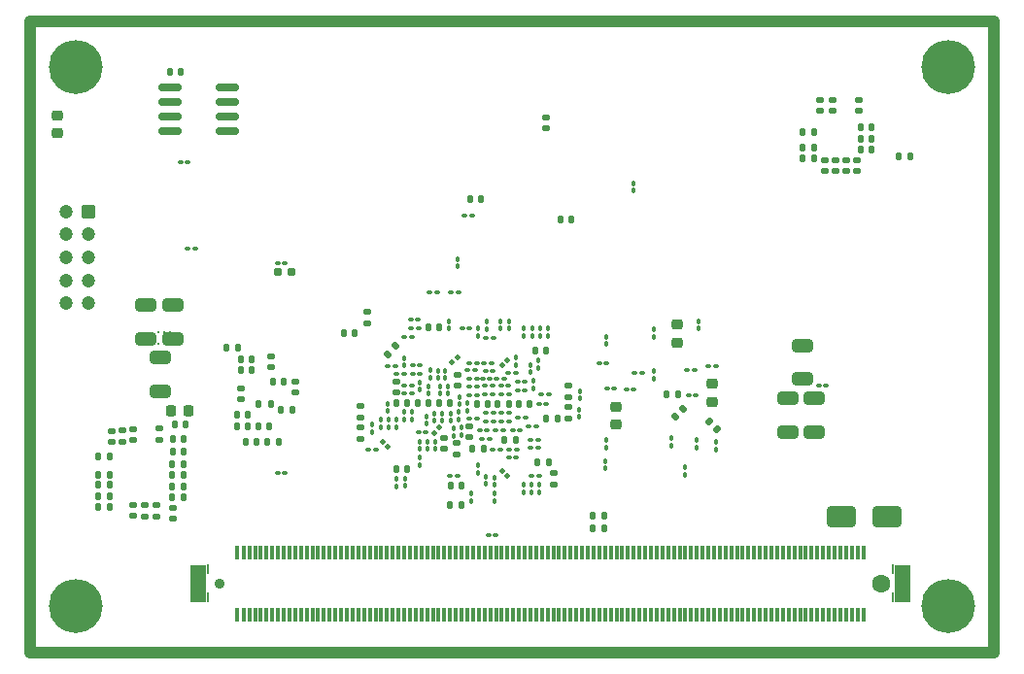
<source format=gbr>
%TF.GenerationSoftware,KiCad,Pcbnew,7.99.0-3539-g7abe2e3ea0*%
%TF.CreationDate,2023-11-26T19:50:55+01:00*%
%TF.ProjectId,SBC,5342432e-6b69-4636-9164-5f7063625858,rev?*%
%TF.SameCoordinates,Original*%
%TF.FileFunction,Soldermask,Bot*%
%TF.FilePolarity,Negative*%
%FSLAX46Y46*%
G04 Gerber Fmt 4.6, Leading zero omitted, Abs format (unit mm)*
G04 Created by KiCad (PCBNEW 7.99.0-3539-g7abe2e3ea0) date 2023-11-26 19:50:55*
%MOMM*%
%LPD*%
G01*
G04 APERTURE LIST*
G04 Aperture macros list*
%AMRoundRect*
0 Rectangle with rounded corners*
0 $1 Rounding radius*
0 $2 $3 $4 $5 $6 $7 $8 $9 X,Y pos of 4 corners*
0 Add a 4 corners polygon primitive as box body*
4,1,4,$2,$3,$4,$5,$6,$7,$8,$9,$2,$3,0*
0 Add four circle primitives for the rounded corners*
1,1,$1+$1,$2,$3*
1,1,$1+$1,$4,$5*
1,1,$1+$1,$6,$7*
1,1,$1+$1,$8,$9*
0 Add four rect primitives between the rounded corners*
20,1,$1+$1,$2,$3,$4,$5,0*
20,1,$1+$1,$4,$5,$6,$7,0*
20,1,$1+$1,$6,$7,$8,$9,0*
20,1,$1+$1,$8,$9,$2,$3,0*%
G04 Aperture macros list end*
%ADD10C,1.000000*%
%ADD11RoundRect,0.250000X-0.350000X0.350000X-0.350000X-0.350000X0.350000X-0.350000X0.350000X0.350000X0*%
%ADD12C,1.200000*%
%ADD13C,0.300000*%
%ADD14C,3.100000*%
%ADD15C,4.700000*%
%ADD16RoundRect,0.140000X-0.170000X0.140000X-0.170000X-0.140000X0.170000X-0.140000X0.170000X0.140000X0*%
%ADD17RoundRect,0.100000X0.130000X0.100000X-0.130000X0.100000X-0.130000X-0.100000X0.130000X-0.100000X0*%
%ADD18RoundRect,0.135000X-0.185000X0.135000X-0.185000X-0.135000X0.185000X-0.135000X0.185000X0.135000X0*%
%ADD19RoundRect,0.140000X0.140000X0.170000X-0.140000X0.170000X-0.140000X-0.170000X0.140000X-0.170000X0*%
%ADD20RoundRect,0.100000X-0.100000X0.130000X-0.100000X-0.130000X0.100000X-0.130000X0.100000X0.130000X0*%
%ADD21RoundRect,0.135000X-0.135000X-0.185000X0.135000X-0.185000X0.135000X0.185000X-0.135000X0.185000X0*%
%ADD22RoundRect,0.100000X-0.130000X-0.100000X0.130000X-0.100000X0.130000X0.100000X-0.130000X0.100000X0*%
%ADD23RoundRect,0.100000X0.100000X-0.130000X0.100000X0.130000X-0.100000X0.130000X-0.100000X-0.130000X0*%
%ADD24RoundRect,0.135000X0.135000X0.185000X-0.135000X0.185000X-0.135000X-0.185000X0.135000X-0.185000X0*%
%ADD25RoundRect,0.140000X-0.140000X-0.170000X0.140000X-0.170000X0.140000X0.170000X-0.140000X0.170000X0*%
%ADD26C,1.600000*%
%ADD27C,0.900000*%
%ADD28R,1.400000X3.300000*%
%ADD29R,0.250000X0.850000*%
%ADD30R,0.450000X1.200000*%
%ADD31R,0.300000X1.200000*%
%ADD32RoundRect,0.135000X0.185000X-0.135000X0.185000X0.135000X-0.185000X0.135000X-0.185000X-0.135000X0*%
%ADD33RoundRect,0.140000X0.170000X-0.140000X0.170000X0.140000X-0.170000X0.140000X-0.170000X-0.140000X0*%
%ADD34RoundRect,0.225000X-0.250000X0.225000X-0.250000X-0.225000X0.250000X-0.225000X0.250000X0.225000X0*%
%ADD35RoundRect,0.160000X-0.197500X-0.160000X0.197500X-0.160000X0.197500X0.160000X-0.197500X0.160000X0*%
%ADD36RoundRect,0.150000X0.825000X0.150000X-0.825000X0.150000X-0.825000X-0.150000X0.825000X-0.150000X0*%
%ADD37RoundRect,0.250000X0.650000X-0.325000X0.650000X0.325000X-0.650000X0.325000X-0.650000X-0.325000X0*%
%ADD38RoundRect,0.100000X-0.021213X-0.162635X0.162635X0.021213X0.021213X0.162635X-0.162635X-0.021213X0*%
%ADD39RoundRect,0.250000X-1.000000X-0.650000X1.000000X-0.650000X1.000000X0.650000X-1.000000X0.650000X0*%
%ADD40RoundRect,0.250000X-0.650000X0.325000X-0.650000X-0.325000X0.650000X-0.325000X0.650000X0.325000X0*%
%ADD41RoundRect,0.135000X0.226274X0.035355X0.035355X0.226274X-0.226274X-0.035355X-0.035355X-0.226274X0*%
%ADD42RoundRect,0.225000X0.250000X-0.225000X0.250000X0.225000X-0.250000X0.225000X-0.250000X-0.225000X0*%
%ADD43RoundRect,0.100000X-0.162635X0.021213X0.021213X-0.162635X0.162635X-0.021213X-0.021213X0.162635X0*%
%ADD44RoundRect,0.135000X0.035355X-0.226274X0.226274X-0.035355X-0.035355X0.226274X-0.226274X0.035355X0*%
%ADD45RoundRect,0.100000X0.162635X-0.021213X-0.021213X0.162635X-0.162635X0.021213X0.021213X-0.162635X0*%
%ADD46RoundRect,0.218750X-0.218750X-0.256250X0.218750X-0.256250X0.218750X0.256250X-0.218750X0.256250X0*%
%ADD47RoundRect,0.147500X0.172500X-0.147500X0.172500X0.147500X-0.172500X0.147500X-0.172500X-0.147500X0*%
G04 APERTURE END LIST*
D10*
X57565481Y-77545014D02*
X141565481Y-77545014D01*
X141565481Y-132545014D01*
X57565481Y-132545014D01*
X57565481Y-77545014D01*
D11*
%TO.C,J2*%
X62677481Y-94118014D03*
D12*
X60677481Y-94118014D03*
X62677481Y-96118014D03*
X60677481Y-96118014D03*
X62677481Y-98118014D03*
X60677481Y-98118014D03*
X62677481Y-100118014D03*
X60677481Y-100118014D03*
X62677481Y-102118014D03*
X60677481Y-102118014D03*
%TD*%
D13*
%TO.C,U6*%
X68720000Y-105630400D03*
X69220000Y-105630400D03*
X69720000Y-105630400D03*
X68720000Y-104630400D03*
X69220000Y-104630400D03*
X69720000Y-104630400D03*
%TD*%
D14*
%TO.C,H3*%
X61565481Y-81545014D03*
D15*
X61565481Y-81545014D03*
%TD*%
D14*
%TO.C,H1*%
X137565481Y-81545014D03*
D15*
X137565481Y-81545014D03*
%TD*%
D14*
%TO.C,H2*%
X61565481Y-128545014D03*
D15*
X61565481Y-128545014D03*
%TD*%
D14*
%TO.C,H4*%
X137565481Y-128545014D03*
D15*
X137565481Y-128545014D03*
%TD*%
D16*
%TO.C,C141*%
X93665481Y-113869200D03*
X93665481Y-114829200D03*
%TD*%
D17*
%TO.C,C113*%
X71935481Y-97395014D03*
X71295481Y-97395014D03*
%TD*%
%TO.C,C190*%
X97913495Y-112433020D03*
X97273495Y-112433020D03*
%TD*%
D18*
%TO.C,R36*%
X86320000Y-111080400D03*
X86320000Y-112100400D03*
%TD*%
D19*
%TO.C,C5*%
X125873462Y-88557528D03*
X124913462Y-88557528D03*
%TD*%
D20*
%TO.C,C158*%
X110165481Y-91675014D03*
X110165481Y-92315014D03*
%TD*%
D21*
%TO.C,R50*%
X106610000Y-121730400D03*
X107630000Y-121730400D03*
%TD*%
D22*
%TO.C,C135*%
X98201881Y-108695014D03*
X98841881Y-108695014D03*
%TD*%
D23*
%TO.C,C214*%
X101315481Y-104943790D03*
X101315481Y-104303790D03*
%TD*%
D24*
%TO.C,R61*%
X79260000Y-114225000D03*
X78240000Y-114225000D03*
%TD*%
D25*
%TO.C,C257*%
X77445000Y-112825000D03*
X78405000Y-112825000D03*
%TD*%
D17*
%TO.C,C160*%
X99911205Y-115569920D03*
X99271205Y-115569920D03*
%TD*%
D16*
%TO.C,C10*%
X129643462Y-89627528D03*
X129643462Y-90587528D03*
%TD*%
D23*
%TO.C,C219*%
X92068000Y-112619200D03*
X92068000Y-111979200D03*
%TD*%
%TO.C,C172*%
X99921405Y-107494585D03*
X99921405Y-106854585D03*
%TD*%
D26*
%TO.C,J1*%
X131765481Y-126545014D03*
D27*
X74065481Y-126545014D03*
D28*
X133615481Y-126545014D03*
D29*
X132790481Y-125320014D03*
X132790481Y-127770014D03*
D28*
X72215481Y-126545014D03*
D29*
X73040481Y-125320014D03*
X73040481Y-127770014D03*
D30*
X75590481Y-123845014D03*
D31*
X76165481Y-123845014D03*
X76665481Y-123845014D03*
X77165481Y-123845014D03*
X77665481Y-123845014D03*
X78165481Y-123845014D03*
X78665481Y-123845014D03*
X79165481Y-123845014D03*
X79665481Y-123845014D03*
X80165481Y-123845014D03*
X80665481Y-123845014D03*
X81165481Y-123845014D03*
X81665481Y-123845014D03*
X82165481Y-123845014D03*
X82665481Y-123845014D03*
X83165481Y-123845014D03*
X83665481Y-123845014D03*
X84165481Y-123845014D03*
X84665481Y-123845014D03*
X85165481Y-123845014D03*
X85665481Y-123845014D03*
X86165481Y-123845014D03*
X86665481Y-123845014D03*
X87165481Y-123845014D03*
X87665481Y-123845014D03*
X88165481Y-123845014D03*
X88665481Y-123845014D03*
X89165481Y-123845014D03*
X89665481Y-123845014D03*
X90165481Y-123845014D03*
X90665481Y-123845014D03*
X91165481Y-123845014D03*
X91665481Y-123845014D03*
X92165481Y-123845014D03*
X92665481Y-123845014D03*
X93165481Y-123845014D03*
X93665481Y-123845014D03*
X94165481Y-123845014D03*
X94665481Y-123845014D03*
X95165481Y-123845014D03*
X95665481Y-123845014D03*
X96165481Y-123845014D03*
X96665481Y-123845014D03*
X97165481Y-123845014D03*
X97665481Y-123845014D03*
X98165481Y-123845014D03*
X98665481Y-123845014D03*
X99165481Y-123845014D03*
X99665481Y-123845014D03*
X100165481Y-123845014D03*
X100665481Y-123845014D03*
X101165481Y-123845014D03*
X101665481Y-123845014D03*
X102165481Y-123845014D03*
X102665481Y-123845014D03*
X103165481Y-123845014D03*
X103665481Y-123845014D03*
X104165481Y-123845014D03*
X104665481Y-123845014D03*
X105165481Y-123845014D03*
X105665481Y-123845014D03*
X106165481Y-123845014D03*
X106665481Y-123845014D03*
X107165481Y-123845014D03*
X107665481Y-123845014D03*
X108165481Y-123845014D03*
X108665481Y-123845014D03*
X109165481Y-123845014D03*
X109665481Y-123845014D03*
X110165481Y-123845014D03*
X110665481Y-123845014D03*
X111165481Y-123845014D03*
X111665481Y-123845014D03*
X112165481Y-123845014D03*
X112665481Y-123845014D03*
X113165481Y-123845014D03*
X113665481Y-123845014D03*
X114165481Y-123845014D03*
X114665481Y-123845014D03*
X115165481Y-123845014D03*
X115665481Y-123845014D03*
X116165481Y-123845014D03*
X116665481Y-123845014D03*
X117165481Y-123845014D03*
X117665481Y-123845014D03*
X118165481Y-123845014D03*
X118665481Y-123845014D03*
X119165481Y-123845014D03*
X119665481Y-123845014D03*
X120165481Y-123845014D03*
X120665481Y-123845014D03*
X121165481Y-123845014D03*
X121665481Y-123845014D03*
X122165481Y-123845014D03*
X122665481Y-123845014D03*
X123165481Y-123845014D03*
X123665481Y-123845014D03*
X124165481Y-123845014D03*
X124665481Y-123845014D03*
X125165481Y-123845014D03*
X125665481Y-123845014D03*
X126165481Y-123845014D03*
X126665481Y-123845014D03*
X127165481Y-123845014D03*
X127665481Y-123845014D03*
X128165481Y-123845014D03*
X128665481Y-123845014D03*
X129165481Y-123845014D03*
X129665481Y-123845014D03*
D30*
X130240481Y-123845014D03*
X75590481Y-129245014D03*
D31*
X76165481Y-129245014D03*
X76665481Y-129245014D03*
X77165481Y-129245014D03*
X77665481Y-129245014D03*
X78165481Y-129245014D03*
X78665481Y-129245014D03*
X79165481Y-129245014D03*
X79665481Y-129245014D03*
X80165481Y-129245014D03*
X80665481Y-129245014D03*
X81165481Y-129245014D03*
X81665481Y-129245014D03*
X82165481Y-129245014D03*
X82665481Y-129245014D03*
X83165481Y-129245014D03*
X83665481Y-129245014D03*
X84165481Y-129245014D03*
X84665481Y-129245014D03*
X85165481Y-129245014D03*
X85665481Y-129245014D03*
X86165481Y-129245014D03*
X86665481Y-129245014D03*
X87165481Y-129245014D03*
X87665481Y-129245014D03*
X88165481Y-129245014D03*
X88665481Y-129245014D03*
X89165481Y-129245014D03*
X89665481Y-129245014D03*
X90165481Y-129245014D03*
X90665481Y-129245014D03*
X91165481Y-129245014D03*
X91665481Y-129245014D03*
X92165481Y-129245014D03*
X92665481Y-129245014D03*
X93165481Y-129245014D03*
X93665481Y-129245014D03*
X94165481Y-129245014D03*
X94665481Y-129245014D03*
X95165481Y-129245014D03*
X95665481Y-129245014D03*
X96165481Y-129245014D03*
X96665481Y-129245014D03*
X97165481Y-129245014D03*
X97665481Y-129245014D03*
X98165481Y-129245014D03*
X98665481Y-129245014D03*
X99165481Y-129245014D03*
X99665481Y-129245014D03*
X100165481Y-129245014D03*
X100665481Y-129245014D03*
X101165481Y-129245014D03*
X101665481Y-129245014D03*
X102165481Y-129245014D03*
X102665481Y-129245014D03*
X103165481Y-129245014D03*
X103665481Y-129245014D03*
X104165481Y-129245014D03*
X104665481Y-129245014D03*
X105165481Y-129245014D03*
X105665481Y-129245014D03*
X106165481Y-129245014D03*
X106665481Y-129245014D03*
X107165481Y-129245014D03*
X107665481Y-129245014D03*
X108165481Y-129245014D03*
X108665481Y-129245014D03*
X109165481Y-129245014D03*
X109665481Y-129245014D03*
X110165481Y-129245014D03*
X110665481Y-129245014D03*
X111165481Y-129245014D03*
X111665481Y-129245014D03*
X112165481Y-129245014D03*
X112665481Y-129245014D03*
X113165481Y-129245014D03*
X113665481Y-129245014D03*
X114165481Y-129245014D03*
X114665481Y-129245014D03*
X115165481Y-129245014D03*
X115665481Y-129245014D03*
X116165481Y-129245014D03*
X116665481Y-129245014D03*
X117165481Y-129245014D03*
X117665481Y-129245014D03*
X118165481Y-129245014D03*
X118665481Y-129245014D03*
X119165481Y-129245014D03*
X119665481Y-129245014D03*
X120165481Y-129245014D03*
X120665481Y-129245014D03*
X121165481Y-129245014D03*
X121665481Y-129245014D03*
X122165481Y-129245014D03*
X122665481Y-129245014D03*
X123165481Y-129245014D03*
X123665481Y-129245014D03*
X124165481Y-129245014D03*
X124665481Y-129245014D03*
X125165481Y-129245014D03*
X125665481Y-129245014D03*
X126165481Y-129245014D03*
X126665481Y-129245014D03*
X127165481Y-129245014D03*
X127665481Y-129245014D03*
X128165481Y-129245014D03*
X128665481Y-129245014D03*
X129165481Y-129245014D03*
X129665481Y-129245014D03*
D30*
X130240481Y-129245014D03*
%TD*%
D23*
%TO.C,C182*%
X101167910Y-108138475D03*
X101167910Y-107498475D03*
%TD*%
D17*
%TO.C,C196*%
X96479681Y-107376614D03*
X95839681Y-107376614D03*
%TD*%
D18*
%TO.C,R37*%
X86920000Y-102845400D03*
X86920000Y-103865400D03*
%TD*%
D19*
%TO.C,C281*%
X70900000Y-116180400D03*
X69940000Y-116180400D03*
%TD*%
D20*
%TO.C,C189*%
X92865481Y-114175014D03*
X92865481Y-114815014D03*
%TD*%
D22*
%TO.C,C185*%
X95855921Y-110113683D03*
X96495921Y-110113683D03*
%TD*%
D17*
%TO.C,C104*%
X91535481Y-107545014D03*
X90895481Y-107545014D03*
%TD*%
D20*
%TO.C,C91*%
X98015481Y-118725014D03*
X98015481Y-119365014D03*
%TD*%
D17*
%TO.C,C200*%
X93015481Y-101135014D03*
X92375481Y-101135014D03*
%TD*%
D22*
%TO.C,C249*%
X79145481Y-98645014D03*
X79785481Y-98645014D03*
%TD*%
D17*
%TO.C,C161*%
X100695430Y-108982430D03*
X100055430Y-108982430D03*
%TD*%
D32*
%TO.C,R80*%
X68547981Y-120715414D03*
X68547981Y-119695414D03*
%TD*%
D23*
%TO.C,C228*%
X105480400Y-110406800D03*
X105480400Y-109766800D03*
%TD*%
D21*
%TO.C,R59*%
X133288462Y-89325028D03*
X134308462Y-89325028D03*
%TD*%
D25*
%TO.C,C187*%
X84885481Y-104695014D03*
X85845481Y-104695014D03*
%TD*%
D33*
%TO.C,C12*%
X129793462Y-85350028D03*
X129793462Y-84390028D03*
%TD*%
D22*
%TO.C,C89*%
X90175481Y-105045014D03*
X90815481Y-105045014D03*
%TD*%
D23*
%TO.C,C157*%
X94515481Y-113665014D03*
X94515481Y-113025014D03*
%TD*%
D22*
%TO.C,C183*%
X101285425Y-117212665D03*
X101925425Y-117212665D03*
%TD*%
D25*
%TO.C,C268*%
X63515000Y-115455400D03*
X64475000Y-115455400D03*
%TD*%
D17*
%TO.C,C153*%
X101826365Y-114026235D03*
X101186365Y-114026235D03*
%TD*%
D34*
%TO.C,C229*%
X108637513Y-111151881D03*
X108637513Y-112701881D03*
%TD*%
D22*
%TO.C,C98*%
X89495481Y-108295014D03*
X90135481Y-108295014D03*
%TD*%
D23*
%TO.C,C223*%
X100615481Y-104943790D03*
X100615481Y-104303790D03*
%TD*%
%TO.C,C176*%
X94191800Y-112362632D03*
X94191800Y-111722632D03*
%TD*%
%TO.C,C240*%
X111883000Y-105024200D03*
X111883000Y-104384200D03*
%TD*%
D20*
%TO.C,C238*%
X114620000Y-116410400D03*
X114620000Y-117050400D03*
%TD*%
D23*
%TO.C,C207*%
X94903000Y-112265014D03*
X94903000Y-111625014D03*
%TD*%
D20*
%TO.C,C165*%
X96015481Y-118700014D03*
X96015481Y-119340014D03*
%TD*%
D23*
%TO.C,C136*%
X90865481Y-112265014D03*
X90865481Y-111625014D03*
%TD*%
D18*
%TO.C,R57*%
X104464400Y-111151600D03*
X104464400Y-112171600D03*
%TD*%
D24*
%TO.C,R62*%
X78520000Y-110892900D03*
X77500000Y-110892900D03*
%TD*%
D17*
%TO.C,C194*%
X96489301Y-112193369D03*
X95849301Y-112193369D03*
%TD*%
%TO.C,C71*%
X98156081Y-122311814D03*
X97516081Y-122311814D03*
%TD*%
D33*
%TO.C,C177*%
X94812400Y-109327600D03*
X94812400Y-108367600D03*
%TD*%
D19*
%TO.C,C133*%
X102547705Y-106274790D03*
X101587705Y-106274790D03*
%TD*%
D17*
%TO.C,C171*%
X99955481Y-114865014D03*
X99315481Y-114865014D03*
%TD*%
D20*
%TO.C,C99*%
X88115481Y-112300014D03*
X88115481Y-112940014D03*
%TD*%
D17*
%TO.C,C208*%
X90820000Y-109300000D03*
X90180000Y-109300000D03*
%TD*%
D22*
%TO.C,C110*%
X95700481Y-107970014D03*
X96340481Y-107970014D03*
%TD*%
D25*
%TO.C,C254*%
X78720000Y-108930400D03*
X79680000Y-108930400D03*
%TD*%
D23*
%TO.C,C164*%
X102015481Y-104952045D03*
X102015481Y-104312045D03*
%TD*%
D17*
%TO.C,C180*%
X99894695Y-108189414D03*
X99254695Y-108189414D03*
%TD*%
%TO.C,C150*%
X97863965Y-110047325D03*
X97223965Y-110047325D03*
%TD*%
D18*
%TO.C,R58*%
X104464400Y-109272000D03*
X104464400Y-110292000D03*
%TD*%
D16*
%TO.C,C258*%
X75920000Y-109550400D03*
X75920000Y-110510400D03*
%TD*%
D22*
%TO.C,C90*%
X94145481Y-117195014D03*
X94785481Y-117195014D03*
%TD*%
D17*
%TO.C,C210*%
X92038000Y-113374200D03*
X91398000Y-113374200D03*
%TD*%
D20*
%TO.C,C152*%
X101250460Y-117957560D03*
X101250460Y-118597560D03*
%TD*%
D17*
%TO.C,C221*%
X100695430Y-109684105D03*
X100055430Y-109684105D03*
%TD*%
D16*
%TO.C,C7*%
X126793462Y-89627528D03*
X126793462Y-90587528D03*
%TD*%
D33*
%TO.C,C109*%
X95865481Y-113825014D03*
X95865481Y-112865014D03*
%TD*%
D20*
%TO.C,C206*%
X92769400Y-111724400D03*
X92769400Y-112364400D03*
%TD*%
D19*
%TO.C,C6*%
X125873462Y-89507528D03*
X124913462Y-89507528D03*
%TD*%
D23*
%TO.C,C125*%
X90165481Y-112265014D03*
X90165481Y-111625014D03*
%TD*%
D35*
%TO.C,C248*%
X79117981Y-99395014D03*
X80312981Y-99395014D03*
%TD*%
D20*
%TO.C,C175*%
X94815481Y-98275014D03*
X94815481Y-98915014D03*
%TD*%
D36*
%TO.C,U17*%
X74727481Y-83268014D03*
X74727481Y-84538014D03*
X74727481Y-85808014D03*
X74727481Y-87078014D03*
X69777481Y-87078014D03*
X69777481Y-85808014D03*
X69777481Y-84538014D03*
X69777481Y-83268014D03*
%TD*%
D20*
%TO.C,C188*%
X91535800Y-109004800D03*
X91535800Y-109644800D03*
%TD*%
D25*
%TO.C,C256*%
X79450000Y-111425000D03*
X80410000Y-111425000D03*
%TD*%
D33*
%TO.C,C2*%
X127493462Y-85350028D03*
X127493462Y-84390028D03*
%TD*%
D19*
%TO.C,C280*%
X70950000Y-113980400D03*
X69990000Y-113980400D03*
%TD*%
D37*
%TO.C,C41*%
X125893462Y-113345028D03*
X125893462Y-110395028D03*
%TD*%
D22*
%TO.C,C162*%
X97134000Y-107369000D03*
X97774000Y-107369000D03*
%TD*%
D20*
%TO.C,C115*%
X91515481Y-115575014D03*
X91515481Y-116215014D03*
%TD*%
D19*
%TO.C,C273*%
X71100000Y-112692900D03*
X70140000Y-112692900D03*
%TD*%
D20*
%TO.C,C101*%
X87365481Y-112725014D03*
X87365481Y-113365014D03*
%TD*%
D25*
%TO.C,C13*%
X129913462Y-88707528D03*
X130873462Y-88707528D03*
%TD*%
D23*
%TO.C,C236*%
X107670000Y-116525400D03*
X107670000Y-115885400D03*
%TD*%
D25*
%TO.C,C269*%
X63515000Y-118980400D03*
X64475000Y-118980400D03*
%TD*%
D19*
%TO.C,C166*%
X92273683Y-110847139D03*
X91313683Y-110847139D03*
%TD*%
D20*
%TO.C,C93*%
X89515481Y-112275014D03*
X89515481Y-112915014D03*
%TD*%
D38*
%TO.C,C170*%
X92789207Y-113421288D03*
X93241755Y-112968740D03*
%TD*%
D25*
%TO.C,C146*%
X92260481Y-104245014D03*
X93220481Y-104245014D03*
%TD*%
D19*
%TO.C,C286*%
X70950000Y-115080400D03*
X69990000Y-115080400D03*
%TD*%
D38*
%TO.C,C114*%
X94339207Y-107296288D03*
X94791755Y-106843740D03*
%TD*%
D20*
%TO.C,C155*%
X95684181Y-110840157D03*
X95684181Y-111480157D03*
%TD*%
D23*
%TO.C,C226*%
X113415481Y-114515014D03*
X113415481Y-113875014D03*
%TD*%
%TO.C,C147*%
X95115481Y-113615014D03*
X95115481Y-112975014D03*
%TD*%
D17*
%TO.C,C191*%
X99292080Y-111698325D03*
X98652080Y-111698325D03*
%TD*%
D39*
%TO.C,D1*%
X128246481Y-120762414D03*
X132246481Y-120762414D03*
%TD*%
D33*
%TO.C,C129*%
X102515481Y-86875014D03*
X102515481Y-85915014D03*
%TD*%
D23*
%TO.C,C227*%
X105378800Y-112032400D03*
X105378800Y-111392400D03*
%TD*%
D33*
%TO.C,C283*%
X66520000Y-120665414D03*
X66520000Y-119705414D03*
%TD*%
D16*
%TO.C,C284*%
X65620000Y-113212900D03*
X65620000Y-114172900D03*
%TD*%
D40*
%TO.C,C67*%
X68920000Y-106855400D03*
X68920000Y-109805400D03*
%TD*%
D17*
%TO.C,FB2*%
X97648081Y-108722814D03*
X97008081Y-108722814D03*
%TD*%
D22*
%TO.C,C211*%
X98635570Y-110063835D03*
X99275570Y-110063835D03*
%TD*%
D25*
%TO.C,C130*%
X98326980Y-110881080D03*
X99286980Y-110881080D03*
%TD*%
D20*
%TO.C,R44*%
X96565000Y-104331200D03*
X96565000Y-104971200D03*
%TD*%
D23*
%TO.C,C193*%
X102715481Y-104952045D03*
X102715481Y-104312045D03*
%TD*%
D19*
%TO.C,C253*%
X76530000Y-111875000D03*
X75570000Y-111875000D03*
%TD*%
D33*
%TO.C,C15*%
X126368462Y-85380028D03*
X126368462Y-84420028D03*
%TD*%
D23*
%TO.C,C121*%
X89515481Y-118065014D03*
X89515481Y-117425014D03*
%TD*%
D17*
%TO.C,C195*%
X97385175Y-113208990D03*
X96745175Y-113208990D03*
%TD*%
D33*
%TO.C,C278*%
X69970000Y-120910400D03*
X69970000Y-119950400D03*
%TD*%
D20*
%TO.C,C127*%
X97377800Y-103747000D03*
X97377800Y-104387000D03*
%TD*%
D16*
%TO.C,C276*%
X64670000Y-113250400D03*
X64670000Y-114210400D03*
%TD*%
D17*
%TO.C,C204*%
X101834620Y-114744420D03*
X101194620Y-114744420D03*
%TD*%
D22*
%TO.C,C205*%
X88745481Y-107570014D03*
X89385481Y-107570014D03*
%TD*%
D24*
%TO.C,R34*%
X103528281Y-112136614D03*
X102508281Y-112136614D03*
%TD*%
D16*
%TO.C,C126*%
X94715481Y-114315014D03*
X94715481Y-115275014D03*
%TD*%
D23*
%TO.C,C237*%
X115673000Y-114694200D03*
X115673000Y-114054200D03*
%TD*%
D25*
%TO.C,C144*%
X100151335Y-110917414D03*
X101111335Y-110917414D03*
%TD*%
D32*
%TO.C,R38*%
X86320000Y-113950400D03*
X86320000Y-112930400D03*
%TD*%
D40*
%TO.C,C43*%
X124878462Y-105795028D03*
X124878462Y-108745028D03*
%TD*%
D22*
%TO.C,C87*%
X101909200Y-110950400D03*
X102549200Y-110950400D03*
%TD*%
D20*
%TO.C,C100*%
X88690481Y-110875014D03*
X88690481Y-111515014D03*
%TD*%
D23*
%TO.C,C199*%
X93999600Y-110000400D03*
X93999600Y-109360400D03*
%TD*%
D19*
%TO.C,C282*%
X70900000Y-118080400D03*
X69940000Y-118080400D03*
%TD*%
D22*
%TO.C,C201*%
X98660335Y-112424765D03*
X99300335Y-112424765D03*
%TD*%
D25*
%TO.C,C259*%
X76370000Y-114225000D03*
X77330000Y-114225000D03*
%TD*%
D21*
%TO.C,R51*%
X113032863Y-110064729D03*
X114052863Y-110064729D03*
%TD*%
D17*
%TO.C,C215*%
X96479681Y-108672014D03*
X95839681Y-108672014D03*
%TD*%
D20*
%TO.C,C178*%
X93741052Y-108000546D03*
X93741052Y-108640546D03*
%TD*%
D24*
%TO.C,R60*%
X75680000Y-105992900D03*
X74660000Y-105992900D03*
%TD*%
D19*
%TO.C,C106*%
X104745481Y-94845014D03*
X103785481Y-94845014D03*
%TD*%
%TO.C,C285*%
X70900000Y-117130400D03*
X69940000Y-117130400D03*
%TD*%
D25*
%TO.C,C154*%
X93167867Y-110864632D03*
X94127867Y-110864632D03*
%TD*%
D20*
%TO.C,C192*%
X101416400Y-108903200D03*
X101416400Y-109543200D03*
%TD*%
D22*
%TO.C,C213*%
X101037775Y-112821005D03*
X101677775Y-112821005D03*
%TD*%
D23*
%TO.C,C235*%
X107765481Y-105665014D03*
X107765481Y-105025014D03*
%TD*%
D20*
%TO.C,C242*%
X117370000Y-114210400D03*
X117370000Y-114850400D03*
%TD*%
D37*
%TO.C,C36*%
X123593462Y-113345028D03*
X123593462Y-110395028D03*
%TD*%
D22*
%TO.C,C233*%
X109543000Y-109614200D03*
X110183000Y-109614200D03*
%TD*%
D41*
%TO.C,R33*%
X117430624Y-113141024D03*
X116709376Y-112419776D03*
%TD*%
D23*
%TO.C,C97*%
X90165481Y-107540014D03*
X90165481Y-106900014D03*
%TD*%
D16*
%TO.C,C9*%
X128693462Y-89627528D03*
X128693462Y-90587528D03*
%TD*%
D42*
%TO.C,C230*%
X113989400Y-105553200D03*
X113989400Y-104003200D03*
%TD*%
D25*
%TO.C,C250*%
X75945000Y-107925000D03*
X76905000Y-107925000D03*
%TD*%
D17*
%TO.C,C244*%
X117303000Y-107624200D03*
X116663000Y-107624200D03*
%TD*%
%TO.C,C217*%
X90830000Y-110002538D03*
X90190000Y-110002538D03*
%TD*%
D40*
%TO.C,C66*%
X70020000Y-102255400D03*
X70020000Y-105205400D03*
%TD*%
D25*
%TO.C,C132*%
X101789481Y-116023945D03*
X102749481Y-116023945D03*
%TD*%
D17*
%TO.C,C95*%
X91385481Y-103545014D03*
X90745481Y-103545014D03*
%TD*%
D23*
%TO.C,C184*%
X94951837Y-110927400D03*
X94951837Y-110287400D03*
%TD*%
D42*
%TO.C,C241*%
X117020000Y-110705400D03*
X117020000Y-109155400D03*
%TD*%
D43*
%TO.C,C122*%
X98689207Y-116718740D03*
X99141755Y-117171288D03*
%TD*%
D20*
%TO.C,C94*%
X88815481Y-112275014D03*
X88815481Y-112915014D03*
%TD*%
%TO.C,C224*%
X93480600Y-111725742D03*
X93480600Y-112365742D03*
%TD*%
D23*
%TO.C,C111*%
X98565481Y-104315014D03*
X98565481Y-103675014D03*
%TD*%
D22*
%TO.C,C143*%
X97905481Y-114875014D03*
X98545481Y-114875014D03*
%TD*%
D17*
%TO.C,C112*%
X87695481Y-114905014D03*
X87055481Y-114905014D03*
%TD*%
D24*
%TO.C,R39*%
X95180000Y-119692900D03*
X94160000Y-119692900D03*
%TD*%
D22*
%TO.C,C103*%
X90895481Y-108270014D03*
X91535481Y-108270014D03*
%TD*%
D19*
%TO.C,C4*%
X125873462Y-87207528D03*
X124913462Y-87207528D03*
%TD*%
D20*
%TO.C,C222*%
X101869585Y-107118745D03*
X101869585Y-107758745D03*
%TD*%
D44*
%TO.C,R40*%
X88720000Y-106580400D03*
X89441248Y-105859152D03*
%TD*%
D22*
%TO.C,C203*%
X100071940Y-112127585D03*
X100711940Y-112127585D03*
%TD*%
D25*
%TO.C,C270*%
X63515000Y-117970400D03*
X64475000Y-117970400D03*
%TD*%
D20*
%TO.C,C245*%
X107813000Y-114074200D03*
X107813000Y-114714200D03*
%TD*%
D25*
%TO.C,C105*%
X96124800Y-114787600D03*
X97084800Y-114787600D03*
%TD*%
D20*
%TO.C,C163*%
X100548785Y-117957560D03*
X100548785Y-118597560D03*
%TD*%
D23*
%TO.C,C239*%
X111933000Y-108704200D03*
X111933000Y-108064200D03*
%TD*%
D20*
%TO.C,C123*%
X96590481Y-116275014D03*
X96590481Y-116915014D03*
%TD*%
D25*
%TO.C,C3*%
X129913462Y-86807528D03*
X130873462Y-86807528D03*
%TD*%
D23*
%TO.C,C218*%
X92265481Y-110015014D03*
X92265481Y-109375014D03*
%TD*%
D17*
%TO.C,C225*%
X96085481Y-94495014D03*
X95445481Y-94495014D03*
%TD*%
D20*
%TO.C,C159*%
X92215481Y-114175014D03*
X92215481Y-114815014D03*
%TD*%
D22*
%TO.C,C216*%
X95828870Y-109378670D03*
X96468870Y-109378670D03*
%TD*%
%TO.C,C232*%
X114963000Y-110124200D03*
X115603000Y-110124200D03*
%TD*%
D17*
%TO.C,C212*%
X100274425Y-113225500D03*
X99634425Y-113225500D03*
%TD*%
D33*
%TO.C,C145*%
X103158481Y-117903014D03*
X103158481Y-116943014D03*
%TD*%
D25*
%TO.C,C116*%
X94210481Y-118020014D03*
X95170481Y-118020014D03*
%TD*%
%TO.C,C271*%
X63515000Y-119905400D03*
X64475000Y-119905400D03*
%TD*%
D22*
%TO.C,C231*%
X107833000Y-109514200D03*
X108473000Y-109514200D03*
%TD*%
D25*
%TO.C,C294*%
X69767481Y-81968014D03*
X70727481Y-81968014D03*
%TD*%
D17*
%TO.C,C119*%
X79775481Y-116946014D03*
X79135481Y-116946014D03*
%TD*%
D22*
%TO.C,C247*%
X110233000Y-108194200D03*
X110873000Y-108194200D03*
%TD*%
%TO.C,C181*%
X97273495Y-111706580D03*
X97913495Y-111706580D03*
%TD*%
%TO.C,C197*%
X95225481Y-104335014D03*
X95865481Y-104335014D03*
%TD*%
D23*
%TO.C,C96*%
X90255481Y-118055014D03*
X90255481Y-117415014D03*
%TD*%
D22*
%TO.C,C243*%
X107143000Y-107384200D03*
X107783000Y-107384200D03*
%TD*%
D16*
%TO.C,C287*%
X68824519Y-113050400D03*
X68824519Y-114010400D03*
%TD*%
D34*
%TO.C,C263*%
X59965481Y-85745014D03*
X59965481Y-87295014D03*
%TD*%
D22*
%TO.C,C173*%
X102112400Y-110036000D03*
X102752400Y-110036000D03*
%TD*%
D17*
%TO.C,R43*%
X97941600Y-105159200D03*
X97301600Y-105159200D03*
%TD*%
D20*
%TO.C,C139*%
X99265481Y-103690400D03*
X99265481Y-104330400D03*
%TD*%
D16*
%TO.C,C8*%
X127743462Y-89627528D03*
X127743462Y-90587528D03*
%TD*%
D19*
%TO.C,C168*%
X90426706Y-110837857D03*
X89466706Y-110837857D03*
%TD*%
D23*
%TO.C,C179*%
X91515481Y-114815014D03*
X91515481Y-114175014D03*
%TD*%
D32*
%TO.C,R81*%
X67547981Y-120715414D03*
X67547981Y-119695414D03*
%TD*%
D22*
%TO.C,C138*%
X96959805Y-113968450D03*
X97599805Y-113968450D03*
%TD*%
D20*
%TO.C,C102*%
X98065481Y-117325014D03*
X98065481Y-117965014D03*
%TD*%
D17*
%TO.C,C120*%
X71295481Y-89835014D03*
X70655481Y-89835014D03*
%TD*%
D19*
%TO.C,C142*%
X97446115Y-110914100D03*
X96486115Y-110914100D03*
%TD*%
D17*
%TO.C,C202*%
X99259060Y-109329140D03*
X98619060Y-109329140D03*
%TD*%
%TO.C,C92*%
X91410481Y-104295014D03*
X90770481Y-104295014D03*
%TD*%
D25*
%TO.C,C275*%
X63515000Y-117050400D03*
X64475000Y-117050400D03*
%TD*%
D22*
%TO.C,C107*%
X97235600Y-108054800D03*
X97875600Y-108054800D03*
%TD*%
D25*
%TO.C,C11*%
X129913462Y-87807528D03*
X130873462Y-87807528D03*
%TD*%
D22*
%TO.C,C151*%
X97190945Y-109329140D03*
X97830945Y-109329140D03*
%TD*%
D19*
%TO.C,C131*%
X99856575Y-114042745D03*
X98896575Y-114042745D03*
%TD*%
D22*
%TO.C,C246*%
X114833000Y-107934200D03*
X115473000Y-107934200D03*
%TD*%
D23*
%TO.C,C156*%
X94015481Y-104340014D03*
X94015481Y-103700014D03*
%TD*%
D17*
%TO.C,C47*%
X126913462Y-109270028D03*
X126273462Y-109270028D03*
%TD*%
D20*
%TO.C,C198*%
X93288400Y-109378119D03*
X93288400Y-110018119D03*
%TD*%
D45*
%TO.C,C118*%
X88741755Y-114646288D03*
X88289207Y-114193740D03*
%TD*%
D19*
%TO.C,C277*%
X70900000Y-119030400D03*
X69940000Y-119030400D03*
%TD*%
D46*
%TO.C,FB3*%
X69832500Y-111492900D03*
X71407500Y-111492900D03*
%TD*%
D25*
%TO.C,C252*%
X75920000Y-106975000D03*
X76880000Y-106975000D03*
%TD*%
D17*
%TO.C,C220*%
X98801891Y-113213067D03*
X98161891Y-113213067D03*
%TD*%
D19*
%TO.C,C149*%
X96845481Y-93045014D03*
X95885481Y-93045014D03*
%TD*%
D33*
%TO.C,C251*%
X78600000Y-107705000D03*
X78600000Y-106745000D03*
%TD*%
D21*
%TO.C,R49*%
X106610000Y-120630400D03*
X107630000Y-120630400D03*
%TD*%
D38*
%TO.C,C128*%
X98675526Y-107519074D03*
X99128074Y-107066526D03*
%TD*%
D19*
%TO.C,C117*%
X90425481Y-116545014D03*
X89465481Y-116545014D03*
%TD*%
D23*
%TO.C,C174*%
X101968645Y-118597560D03*
X101968645Y-117957560D03*
%TD*%
D16*
%TO.C,C279*%
X66520000Y-113075400D03*
X66520000Y-114035400D03*
%TD*%
D20*
%TO.C,C209*%
X92445481Y-107985014D03*
X92445481Y-108625014D03*
%TD*%
D23*
%TO.C,C88*%
X97290481Y-117865014D03*
X97290481Y-117225014D03*
%TD*%
D17*
%TO.C,C167*%
X94885481Y-101145014D03*
X94245481Y-101145014D03*
%TD*%
D20*
%TO.C,C169*%
X93085200Y-107988800D03*
X93085200Y-108628800D03*
%TD*%
D40*
%TO.C,C70*%
X67620000Y-102255400D03*
X67620000Y-105205400D03*
%TD*%
D19*
%TO.C,C255*%
X76530000Y-112825000D03*
X75570000Y-112825000D03*
%TD*%
D44*
%TO.C,R52*%
X113746386Y-112039795D03*
X114467634Y-111318547D03*
%TD*%
D20*
%TO.C,C234*%
X115803000Y-103684200D03*
X115803000Y-104324200D03*
%TD*%
D33*
%TO.C,C260*%
X80650000Y-109905000D03*
X80650000Y-108945000D03*
%TD*%
D47*
%TO.C,FB1*%
X89450000Y-109925000D03*
X89450000Y-108955000D03*
%TD*%
M02*

</source>
